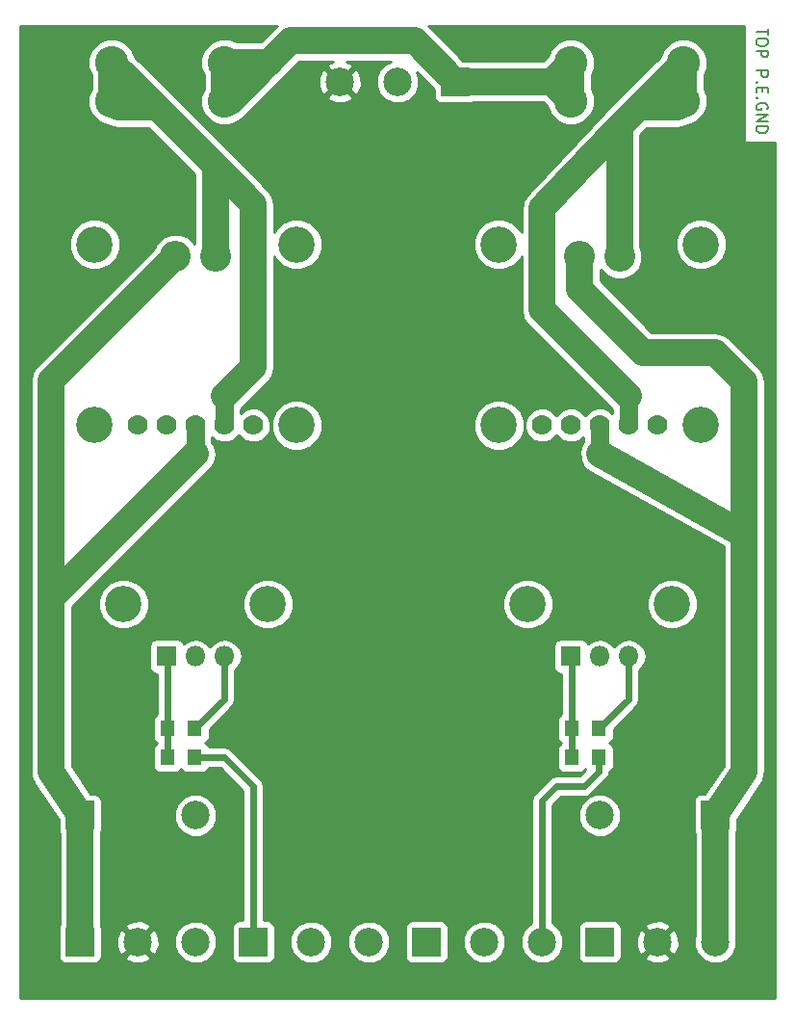
<source format=gtl>
G04 #@! TF.FileFunction,Copper,L1,Top,Signal*
%FSLAX46Y46*%
G04 Gerber Fmt 4.6, Leading zero omitted, Abs format (unit mm)*
G04 Created by KiCad (PCBNEW 4.0.6) date 06/26/17 08:49:49*
%MOMM*%
%LPD*%
G01*
G04 APERTURE LIST*
%ADD10C,0.100000*%
%ADD11C,0.150000*%
%ADD12R,2.500000X2.500000*%
%ADD13C,2.500000*%
%ADD14R,1.800000X1.800000*%
%ADD15O,1.800000X1.800000*%
%ADD16R,1.300000X1.400000*%
%ADD17C,2.921000*%
%ADD18C,3.200000*%
%ADD19C,3.200400*%
%ADD20C,1.778000*%
%ADD21C,2.717800*%
%ADD22C,2.362200*%
%ADD23C,1.625600*%
%ADD24C,0.609600*%
%ADD25C,0.304800*%
%ADD26C,0.254000*%
G04 APERTURE END LIST*
D10*
D11*
X177331619Y-52011143D02*
X177331619Y-52582572D01*
X176331619Y-52296857D02*
X177331619Y-52296857D01*
X177331619Y-53106381D02*
X177331619Y-53296858D01*
X177284000Y-53392096D01*
X177188762Y-53487334D01*
X176998286Y-53534953D01*
X176664952Y-53534953D01*
X176474476Y-53487334D01*
X176379238Y-53392096D01*
X176331619Y-53296858D01*
X176331619Y-53106381D01*
X176379238Y-53011143D01*
X176474476Y-52915905D01*
X176664952Y-52868286D01*
X176998286Y-52868286D01*
X177188762Y-52915905D01*
X177284000Y-53011143D01*
X177331619Y-53106381D01*
X176331619Y-53963524D02*
X177331619Y-53963524D01*
X177331619Y-54344477D01*
X177284000Y-54439715D01*
X177236381Y-54487334D01*
X177141143Y-54534953D01*
X176998286Y-54534953D01*
X176903048Y-54487334D01*
X176855429Y-54439715D01*
X176807810Y-54344477D01*
X176807810Y-53963524D01*
X176331619Y-55725429D02*
X177331619Y-55725429D01*
X177331619Y-56106382D01*
X177284000Y-56201620D01*
X177236381Y-56249239D01*
X177141143Y-56296858D01*
X176998286Y-56296858D01*
X176903048Y-56249239D01*
X176855429Y-56201620D01*
X176807810Y-56106382D01*
X176807810Y-55725429D01*
X176426857Y-56725429D02*
X176379238Y-56773048D01*
X176331619Y-56725429D01*
X176379238Y-56677810D01*
X176426857Y-56725429D01*
X176331619Y-56725429D01*
X176855429Y-57201619D02*
X176855429Y-57534953D01*
X176331619Y-57677810D02*
X176331619Y-57201619D01*
X177331619Y-57201619D01*
X177331619Y-57677810D01*
X176426857Y-58106381D02*
X176379238Y-58154000D01*
X176331619Y-58106381D01*
X176379238Y-58058762D01*
X176426857Y-58106381D01*
X176331619Y-58106381D01*
X177284000Y-59106381D02*
X177331619Y-59011143D01*
X177331619Y-58868286D01*
X177284000Y-58725428D01*
X177188762Y-58630190D01*
X177093524Y-58582571D01*
X176903048Y-58534952D01*
X176760190Y-58534952D01*
X176569714Y-58582571D01*
X176474476Y-58630190D01*
X176379238Y-58725428D01*
X176331619Y-58868286D01*
X176331619Y-58963524D01*
X176379238Y-59106381D01*
X176426857Y-59154000D01*
X176760190Y-59154000D01*
X176760190Y-58963524D01*
X176331619Y-59582571D02*
X177331619Y-59582571D01*
X176331619Y-60154000D01*
X177331619Y-60154000D01*
X176331619Y-60630190D02*
X177331619Y-60630190D01*
X177331619Y-60868285D01*
X177284000Y-61011143D01*
X177188762Y-61106381D01*
X177093524Y-61154000D01*
X176903048Y-61201619D01*
X176760190Y-61201619D01*
X176569714Y-61154000D01*
X176474476Y-61106381D01*
X176379238Y-61011143D01*
X176331619Y-60868285D01*
X176331619Y-60630190D01*
D12*
X132080000Y-132300000D03*
D13*
X137160000Y-132300000D03*
X142240000Y-132300000D03*
D12*
X147320000Y-132300000D03*
D13*
X152400000Y-132300000D03*
X157480000Y-132300000D03*
D12*
X149860000Y-56700000D03*
D13*
X144780000Y-56700000D03*
X139700000Y-56700000D03*
D12*
X116840000Y-132300000D03*
D13*
X121920000Y-132300000D03*
X127000000Y-132300000D03*
D12*
X162560000Y-132300000D03*
D13*
X167640000Y-132300000D03*
X172720000Y-132300000D03*
D14*
X124460000Y-107200000D03*
D15*
X127000000Y-107200000D03*
X129540000Y-107200000D03*
D14*
X160020000Y-107200000D03*
D15*
X162560000Y-107200000D03*
X165100000Y-107200000D03*
D16*
X126930000Y-116090000D03*
X124530000Y-116090000D03*
X124530000Y-113550000D03*
X126930000Y-113550000D03*
X162490000Y-116090000D03*
X160090000Y-116090000D03*
X160090000Y-113550000D03*
X162490000Y-113550000D03*
D17*
X129540000Y-55000000D03*
X119634000Y-55000000D03*
X129540000Y-58403600D03*
X119634000Y-58403600D03*
X160020000Y-58400000D03*
X169926000Y-58400000D03*
X160020000Y-54996400D03*
X169926000Y-54996400D03*
D18*
X120650000Y-102600000D03*
X133350000Y-102600000D03*
X156210000Y-102600000D03*
X168910000Y-102600000D03*
D12*
X116840000Y-121170000D03*
D13*
X127000000Y-121170000D03*
D12*
X172720000Y-121170000D03*
D13*
X162560000Y-121170000D03*
D19*
X135890000Y-86880000D03*
X135890000Y-70979600D03*
X118110000Y-70979600D03*
D20*
X121920000Y-86880000D03*
X124460000Y-86880000D03*
X127000000Y-86880000D03*
X129540000Y-86880000D03*
X132080000Y-86880000D03*
D21*
X128727200Y-72046400D03*
X125222000Y-72046400D03*
D19*
X118110000Y-86880000D03*
X171450000Y-86880000D03*
X171450000Y-70979600D03*
X153670000Y-70979600D03*
D20*
X157480000Y-86880000D03*
X160020000Y-86880000D03*
X162560000Y-86880000D03*
X165100000Y-86880000D03*
X167640000Y-86880000D03*
D21*
X164287200Y-72046400D03*
X160782000Y-72046400D03*
D19*
X153670000Y-86880000D03*
D22*
X114300000Y-102120000D02*
X127000000Y-89420000D01*
D23*
X127000000Y-89420000D02*
X127000000Y-86880000D01*
D22*
X125222000Y-72046400D02*
X114300000Y-82968400D01*
X114300000Y-82968400D02*
X114300000Y-102120000D01*
X114300000Y-117360000D02*
X116840000Y-121170000D01*
X114300000Y-102120000D02*
X114300000Y-117360000D01*
X116840000Y-132300000D02*
X116840000Y-121170000D01*
X175260000Y-83070000D02*
X172720000Y-80530000D01*
X172720000Y-80530000D02*
X166370000Y-80530000D01*
X166370000Y-80530000D02*
X160782000Y-74942000D01*
X160782000Y-74942000D02*
X160782000Y-72046400D01*
X175260000Y-96475556D02*
X175260000Y-84340000D01*
X175260000Y-84340000D02*
X175260000Y-83070000D01*
D23*
X162560000Y-86880000D02*
X162560000Y-89420000D01*
D22*
X162560000Y-89420000D02*
X175260000Y-96475556D01*
X175260000Y-117360000D02*
X175260000Y-96475556D01*
X175260000Y-117360000D02*
X172720000Y-121170000D01*
X172720000Y-132300000D02*
X172720000Y-121170000D01*
D24*
X126930000Y-116090000D02*
X129540000Y-116090000D01*
X129540000Y-116090000D02*
X132080000Y-118630000D01*
X132080000Y-118630000D02*
X132080000Y-132300000D01*
X162490000Y-116090000D02*
X162490000Y-117290000D01*
X157480000Y-119900000D02*
X157480000Y-132300000D01*
X158750000Y-118630000D02*
X157480000Y-119900000D01*
X161150000Y-118630000D02*
X158750000Y-118630000D01*
X162490000Y-117290000D02*
X161150000Y-118630000D01*
D22*
X160020000Y-58400000D02*
X160020000Y-54996400D01*
X129540000Y-58403600D02*
X129540000Y-55000000D01*
X129540000Y-55000000D02*
X133480000Y-55000000D01*
X133480000Y-55000000D02*
X133350000Y-55130000D01*
D23*
X129540000Y-58403600D02*
X130076400Y-58403600D01*
D22*
X130076400Y-58403600D02*
X133350000Y-55130000D01*
X133350000Y-55130000D02*
X135382000Y-53098000D01*
X146258000Y-53098000D02*
X149860000Y-56700000D01*
X135382000Y-53098000D02*
X146258000Y-53098000D01*
X149860000Y-56700000D02*
X158316400Y-56700000D01*
X158316400Y-56700000D02*
X160020000Y-54996400D01*
D23*
X160020000Y-58400000D02*
X160016400Y-58400000D01*
D22*
X160016400Y-58400000D02*
X158316400Y-56700000D01*
D24*
X165100000Y-107200000D02*
X165100000Y-110940000D01*
X165100000Y-110940000D02*
X162490000Y-113550000D01*
X129540000Y-107200000D02*
X129540000Y-110940000D01*
X129540000Y-110940000D02*
X126930000Y-113550000D01*
D22*
X119634000Y-58403600D02*
X119634000Y-55000000D01*
D23*
X129540000Y-86880000D02*
X129540000Y-84340000D01*
D22*
X132080000Y-81800000D02*
X132080000Y-67449000D01*
X132080000Y-67449000D02*
X128724200Y-64093200D01*
X128724200Y-64093200D02*
X128727200Y-64093200D01*
X129540000Y-84340000D02*
X132080000Y-81800000D01*
D23*
X119634000Y-58403600D02*
X120170400Y-58940000D01*
D22*
X120170400Y-58940000D02*
X123574000Y-58940000D01*
X119634000Y-55000000D02*
X123574000Y-58940000D01*
X123574000Y-58940000D02*
X128727200Y-64093200D01*
X128727200Y-64093200D02*
X128727200Y-72046400D01*
X169926000Y-58400000D02*
X169926000Y-54996400D01*
X169926000Y-54996400D02*
X165982400Y-58940000D01*
X157480000Y-67830000D02*
X164287200Y-60635200D01*
D23*
X165100000Y-86880000D02*
X165100000Y-84340000D01*
D22*
X157480000Y-76720000D02*
X157480000Y-67830000D01*
X165100000Y-84340000D02*
X157480000Y-76720000D01*
D23*
X164287200Y-61022800D02*
X164287200Y-60635200D01*
X169926000Y-58400000D02*
X169386000Y-58940000D01*
D22*
X169386000Y-58940000D02*
X165982400Y-58940000D01*
X165982400Y-58940000D02*
X164287200Y-60635200D01*
X164287200Y-60635200D02*
X164287200Y-72046400D01*
D24*
X124530000Y-113550000D02*
X124530000Y-107270000D01*
X124530000Y-107270000D02*
X124460000Y-107200000D01*
X124530000Y-116090000D02*
X124530000Y-113550000D01*
X160090000Y-116090000D02*
X160090000Y-113550000D01*
X160090000Y-113550000D02*
X160090000Y-107270000D01*
D25*
X160090000Y-107270000D02*
X160020000Y-107200000D01*
X159950000Y-113690000D02*
X160090000Y-113550000D01*
D26*
G36*
X134097823Y-51813823D02*
X132727746Y-53183900D01*
X130630640Y-53183900D01*
X129958649Y-52904865D01*
X129125008Y-52904137D01*
X128354545Y-53222486D01*
X127764558Y-53811445D01*
X127444865Y-54581351D01*
X127444137Y-55414992D01*
X127723900Y-56092070D01*
X127723900Y-57312960D01*
X127444865Y-57984951D01*
X127444137Y-58818592D01*
X127762486Y-59589055D01*
X128351445Y-60179042D01*
X129121351Y-60498735D01*
X129954992Y-60499463D01*
X130725455Y-60181114D01*
X130934381Y-59972552D01*
X131360577Y-59687777D01*
X133015033Y-58033320D01*
X138546285Y-58033320D01*
X138675533Y-58326123D01*
X139375806Y-58594388D01*
X140125435Y-58574250D01*
X140724467Y-58326123D01*
X140853715Y-58033320D01*
X139700000Y-56879605D01*
X138546285Y-58033320D01*
X133015033Y-58033320D01*
X134634174Y-56414179D01*
X134634177Y-56414177D01*
X134672548Y-56375806D01*
X137805612Y-56375806D01*
X137825750Y-57125435D01*
X138073877Y-57724467D01*
X138366680Y-57853715D01*
X139520395Y-56700000D01*
X139879605Y-56700000D01*
X141033320Y-57853715D01*
X141326123Y-57724467D01*
X141594388Y-57024194D01*
X141574250Y-56274565D01*
X141326123Y-55675533D01*
X141033320Y-55546285D01*
X139879605Y-56700000D01*
X139520395Y-56700000D01*
X138366680Y-55546285D01*
X138073877Y-55675533D01*
X137805612Y-56375806D01*
X134672548Y-56375806D01*
X136134254Y-54914100D01*
X139061269Y-54914100D01*
X138675533Y-55073877D01*
X138546285Y-55366680D01*
X139700000Y-56520395D01*
X140853715Y-55366680D01*
X140724467Y-55073877D01*
X140307389Y-54914100D01*
X144166065Y-54914100D01*
X143713628Y-55101043D01*
X143182907Y-55630839D01*
X142895328Y-56323405D01*
X142894674Y-57073305D01*
X143181043Y-57766372D01*
X143710839Y-58297093D01*
X144403405Y-58584672D01*
X145153305Y-58585326D01*
X145846372Y-58298957D01*
X146377093Y-57769161D01*
X146664672Y-57076595D01*
X146665326Y-56326695D01*
X146487170Y-55895523D01*
X147962560Y-57370913D01*
X147962560Y-57950000D01*
X148006838Y-58185317D01*
X148145910Y-58401441D01*
X148358110Y-58546431D01*
X148610000Y-58597440D01*
X151110000Y-58597440D01*
X151345317Y-58553162D01*
X151402913Y-58516100D01*
X157564146Y-58516100D01*
X157967159Y-58919113D01*
X158242486Y-59585455D01*
X158831445Y-60175442D01*
X159601351Y-60495135D01*
X160434992Y-60495863D01*
X161205455Y-60177514D01*
X161795442Y-59588555D01*
X162115135Y-58818649D01*
X162115863Y-57985008D01*
X161836100Y-57307930D01*
X161836100Y-56087040D01*
X162115135Y-55415049D01*
X162115863Y-54581408D01*
X161797514Y-53810945D01*
X161208555Y-53220958D01*
X160438649Y-52901265D01*
X159605008Y-52900537D01*
X158834545Y-53218886D01*
X158244558Y-53807845D01*
X157963614Y-54484432D01*
X157564146Y-54883900D01*
X151406281Y-54883900D01*
X151361890Y-54853569D01*
X151110000Y-54802560D01*
X150530913Y-54802560D01*
X147542177Y-51813823D01*
X147461625Y-51760000D01*
X175274000Y-51760000D01*
X175274000Y-62027095D01*
X177970000Y-62027095D01*
X177970000Y-137240000D01*
X111590000Y-137240000D01*
X111590000Y-82968400D01*
X112483899Y-82968400D01*
X112483900Y-82968405D01*
X112483900Y-102119995D01*
X112483899Y-102120000D01*
X112483900Y-102120005D01*
X112483900Y-117360000D01*
X112518612Y-117534510D01*
X112518426Y-117712441D01*
X112587063Y-117878637D01*
X112622142Y-118054991D01*
X112720994Y-118202934D01*
X112788913Y-118367391D01*
X114942560Y-121597862D01*
X114942560Y-122420000D01*
X114986838Y-122655317D01*
X115023900Y-122712913D01*
X115023900Y-130753719D01*
X114993569Y-130798110D01*
X114942560Y-131050000D01*
X114942560Y-133550000D01*
X114986838Y-133785317D01*
X115125910Y-134001441D01*
X115338110Y-134146431D01*
X115590000Y-134197440D01*
X118090000Y-134197440D01*
X118325317Y-134153162D01*
X118541441Y-134014090D01*
X118686431Y-133801890D01*
X118720567Y-133633320D01*
X120766285Y-133633320D01*
X120895533Y-133926123D01*
X121595806Y-134194388D01*
X122345435Y-134174250D01*
X122944467Y-133926123D01*
X123073715Y-133633320D01*
X121920000Y-132479605D01*
X120766285Y-133633320D01*
X118720567Y-133633320D01*
X118737440Y-133550000D01*
X118737440Y-131975806D01*
X120025612Y-131975806D01*
X120045750Y-132725435D01*
X120293877Y-133324467D01*
X120586680Y-133453715D01*
X121740395Y-132300000D01*
X122099605Y-132300000D01*
X123253320Y-133453715D01*
X123546123Y-133324467D01*
X123795574Y-132673305D01*
X125114674Y-132673305D01*
X125401043Y-133366372D01*
X125930839Y-133897093D01*
X126623405Y-134184672D01*
X127373305Y-134185326D01*
X128066372Y-133898957D01*
X128597093Y-133369161D01*
X128884672Y-132676595D01*
X128885326Y-131926695D01*
X128598957Y-131233628D01*
X128069161Y-130702907D01*
X127376595Y-130415328D01*
X126626695Y-130414674D01*
X125933628Y-130701043D01*
X125402907Y-131230839D01*
X125115328Y-131923405D01*
X125114674Y-132673305D01*
X123795574Y-132673305D01*
X123814388Y-132624194D01*
X123794250Y-131874565D01*
X123546123Y-131275533D01*
X123253320Y-131146285D01*
X122099605Y-132300000D01*
X121740395Y-132300000D01*
X120586680Y-131146285D01*
X120293877Y-131275533D01*
X120025612Y-131975806D01*
X118737440Y-131975806D01*
X118737440Y-131050000D01*
X118721763Y-130966680D01*
X120766285Y-130966680D01*
X121920000Y-132120395D01*
X123073715Y-130966680D01*
X122944467Y-130673877D01*
X122244194Y-130405612D01*
X121494565Y-130425750D01*
X120895533Y-130673877D01*
X120766285Y-130966680D01*
X118721763Y-130966680D01*
X118693162Y-130814683D01*
X118656100Y-130757087D01*
X118656100Y-122716281D01*
X118686431Y-122671890D01*
X118737440Y-122420000D01*
X118737440Y-121543305D01*
X125114674Y-121543305D01*
X125401043Y-122236372D01*
X125930839Y-122767093D01*
X126623405Y-123054672D01*
X127373305Y-123055326D01*
X128066372Y-122768957D01*
X128597093Y-122239161D01*
X128884672Y-121546595D01*
X128885326Y-120796695D01*
X128598957Y-120103628D01*
X128069161Y-119572907D01*
X127376595Y-119285328D01*
X126626695Y-119284674D01*
X125933628Y-119571043D01*
X125402907Y-120100839D01*
X125115328Y-120793405D01*
X125114674Y-121543305D01*
X118737440Y-121543305D01*
X118737440Y-119920000D01*
X118693162Y-119684683D01*
X118554090Y-119468559D01*
X118341890Y-119323569D01*
X118090000Y-119272560D01*
X117757720Y-119272560D01*
X116116100Y-116810129D01*
X116116100Y-106300000D01*
X122912560Y-106300000D01*
X122912560Y-108100000D01*
X122956838Y-108335317D01*
X123095910Y-108551441D01*
X123308110Y-108696431D01*
X123560000Y-108747440D01*
X123590200Y-108747440D01*
X123590200Y-112281897D01*
X123428559Y-112385910D01*
X123283569Y-112598110D01*
X123232560Y-112850000D01*
X123232560Y-114250000D01*
X123276838Y-114485317D01*
X123415910Y-114701441D01*
X123590200Y-114820528D01*
X123590200Y-114821897D01*
X123428559Y-114925910D01*
X123283569Y-115138110D01*
X123232560Y-115390000D01*
X123232560Y-116790000D01*
X123276838Y-117025317D01*
X123415910Y-117241441D01*
X123628110Y-117386431D01*
X123880000Y-117437440D01*
X125180000Y-117437440D01*
X125415317Y-117393162D01*
X125631441Y-117254090D01*
X125730633Y-117108917D01*
X125815910Y-117241441D01*
X126028110Y-117386431D01*
X126280000Y-117437440D01*
X127580000Y-117437440D01*
X127815317Y-117393162D01*
X128031441Y-117254090D01*
X128176431Y-117041890D01*
X128178879Y-117029800D01*
X129150722Y-117029800D01*
X131140200Y-119019278D01*
X131140200Y-130402560D01*
X130830000Y-130402560D01*
X130594683Y-130446838D01*
X130378559Y-130585910D01*
X130233569Y-130798110D01*
X130182560Y-131050000D01*
X130182560Y-133550000D01*
X130226838Y-133785317D01*
X130365910Y-134001441D01*
X130578110Y-134146431D01*
X130830000Y-134197440D01*
X133330000Y-134197440D01*
X133565317Y-134153162D01*
X133781441Y-134014090D01*
X133926431Y-133801890D01*
X133977440Y-133550000D01*
X133977440Y-132673305D01*
X135274674Y-132673305D01*
X135561043Y-133366372D01*
X136090839Y-133897093D01*
X136783405Y-134184672D01*
X137533305Y-134185326D01*
X138226372Y-133898957D01*
X138757093Y-133369161D01*
X139044672Y-132676595D01*
X139044674Y-132673305D01*
X140354674Y-132673305D01*
X140641043Y-133366372D01*
X141170839Y-133897093D01*
X141863405Y-134184672D01*
X142613305Y-134185326D01*
X143306372Y-133898957D01*
X143837093Y-133369161D01*
X144124672Y-132676595D01*
X144125326Y-131926695D01*
X143838957Y-131233628D01*
X143655650Y-131050000D01*
X145422560Y-131050000D01*
X145422560Y-133550000D01*
X145466838Y-133785317D01*
X145605910Y-134001441D01*
X145818110Y-134146431D01*
X146070000Y-134197440D01*
X148570000Y-134197440D01*
X148805317Y-134153162D01*
X149021441Y-134014090D01*
X149166431Y-133801890D01*
X149217440Y-133550000D01*
X149217440Y-132673305D01*
X150514674Y-132673305D01*
X150801043Y-133366372D01*
X151330839Y-133897093D01*
X152023405Y-134184672D01*
X152773305Y-134185326D01*
X153466372Y-133898957D01*
X153997093Y-133369161D01*
X154284672Y-132676595D01*
X154284674Y-132673305D01*
X155594674Y-132673305D01*
X155881043Y-133366372D01*
X156410839Y-133897093D01*
X157103405Y-134184672D01*
X157853305Y-134185326D01*
X158546372Y-133898957D01*
X159077093Y-133369161D01*
X159364672Y-132676595D01*
X159365326Y-131926695D01*
X159078957Y-131233628D01*
X158895650Y-131050000D01*
X160662560Y-131050000D01*
X160662560Y-133550000D01*
X160706838Y-133785317D01*
X160845910Y-134001441D01*
X161058110Y-134146431D01*
X161310000Y-134197440D01*
X163810000Y-134197440D01*
X164045317Y-134153162D01*
X164261441Y-134014090D01*
X164406431Y-133801890D01*
X164440567Y-133633320D01*
X166486285Y-133633320D01*
X166615533Y-133926123D01*
X167315806Y-134194388D01*
X168065435Y-134174250D01*
X168664467Y-133926123D01*
X168793715Y-133633320D01*
X167640000Y-132479605D01*
X166486285Y-133633320D01*
X164440567Y-133633320D01*
X164457440Y-133550000D01*
X164457440Y-131975806D01*
X165745612Y-131975806D01*
X165765750Y-132725435D01*
X166013877Y-133324467D01*
X166306680Y-133453715D01*
X167460395Y-132300000D01*
X167819605Y-132300000D01*
X168973320Y-133453715D01*
X169266123Y-133324467D01*
X169534388Y-132624194D01*
X169514250Y-131874565D01*
X169266123Y-131275533D01*
X168973320Y-131146285D01*
X167819605Y-132300000D01*
X167460395Y-132300000D01*
X166306680Y-131146285D01*
X166013877Y-131275533D01*
X165745612Y-131975806D01*
X164457440Y-131975806D01*
X164457440Y-131050000D01*
X164441763Y-130966680D01*
X166486285Y-130966680D01*
X167640000Y-132120395D01*
X168793715Y-130966680D01*
X168664467Y-130673877D01*
X167964194Y-130405612D01*
X167214565Y-130425750D01*
X166615533Y-130673877D01*
X166486285Y-130966680D01*
X164441763Y-130966680D01*
X164413162Y-130814683D01*
X164274090Y-130598559D01*
X164061890Y-130453569D01*
X163810000Y-130402560D01*
X161310000Y-130402560D01*
X161074683Y-130446838D01*
X160858559Y-130585910D01*
X160713569Y-130798110D01*
X160662560Y-131050000D01*
X158895650Y-131050000D01*
X158549161Y-130702907D01*
X158419800Y-130649192D01*
X158419800Y-121543305D01*
X160674674Y-121543305D01*
X160961043Y-122236372D01*
X161490839Y-122767093D01*
X162183405Y-123054672D01*
X162933305Y-123055326D01*
X163626372Y-122768957D01*
X164157093Y-122239161D01*
X164444672Y-121546595D01*
X164445326Y-120796695D01*
X164158957Y-120103628D01*
X163629161Y-119572907D01*
X162936595Y-119285328D01*
X162186695Y-119284674D01*
X161493628Y-119571043D01*
X160962907Y-120100839D01*
X160675328Y-120793405D01*
X160674674Y-121543305D01*
X158419800Y-121543305D01*
X158419800Y-120289278D01*
X159139278Y-119569800D01*
X161150000Y-119569800D01*
X161509646Y-119498262D01*
X161814539Y-119294539D01*
X163154539Y-117954539D01*
X163358262Y-117649646D01*
X163414265Y-117368100D01*
X163591441Y-117254090D01*
X163736431Y-117041890D01*
X163787440Y-116790000D01*
X163787440Y-115390000D01*
X163743162Y-115154683D01*
X163604090Y-114938559D01*
X163428768Y-114818767D01*
X163591441Y-114714090D01*
X163736431Y-114501890D01*
X163787440Y-114250000D01*
X163787440Y-113581638D01*
X165764539Y-111604539D01*
X165968262Y-111299646D01*
X166039800Y-110940000D01*
X166039800Y-108402795D01*
X166215481Y-108285409D01*
X166548227Y-107787419D01*
X166665072Y-107200000D01*
X166548227Y-106612581D01*
X166215481Y-106114591D01*
X165717491Y-105781845D01*
X165130072Y-105665000D01*
X165069928Y-105665000D01*
X164482509Y-105781845D01*
X163984519Y-106114591D01*
X163830000Y-106345845D01*
X163675481Y-106114591D01*
X163177491Y-105781845D01*
X162590072Y-105665000D01*
X162529928Y-105665000D01*
X161942509Y-105781845D01*
X161521974Y-106062837D01*
X161384090Y-105848559D01*
X161171890Y-105703569D01*
X160920000Y-105652560D01*
X159120000Y-105652560D01*
X158884683Y-105696838D01*
X158668559Y-105835910D01*
X158523569Y-106048110D01*
X158472560Y-106300000D01*
X158472560Y-108100000D01*
X158516838Y-108335317D01*
X158655910Y-108551441D01*
X158868110Y-108696431D01*
X159120000Y-108747440D01*
X159150200Y-108747440D01*
X159150200Y-112281897D01*
X158988559Y-112385910D01*
X158843569Y-112598110D01*
X158792560Y-112850000D01*
X158792560Y-114250000D01*
X158836838Y-114485317D01*
X158975910Y-114701441D01*
X159150200Y-114820528D01*
X159150200Y-114821897D01*
X158988559Y-114925910D01*
X158843569Y-115138110D01*
X158792560Y-115390000D01*
X158792560Y-116790000D01*
X158836838Y-117025317D01*
X158975910Y-117241441D01*
X159188110Y-117386431D01*
X159440000Y-117437440D01*
X160740000Y-117437440D01*
X160975317Y-117393162D01*
X161191441Y-117254090D01*
X161290633Y-117108917D01*
X161310747Y-117140175D01*
X160760722Y-117690200D01*
X158750000Y-117690200D01*
X158390354Y-117761738D01*
X158085461Y-117965461D01*
X156815461Y-119235461D01*
X156611738Y-119540354D01*
X156540200Y-119900000D01*
X156540200Y-130648745D01*
X156413628Y-130701043D01*
X155882907Y-131230839D01*
X155595328Y-131923405D01*
X155594674Y-132673305D01*
X154284674Y-132673305D01*
X154285326Y-131926695D01*
X153998957Y-131233628D01*
X153469161Y-130702907D01*
X152776595Y-130415328D01*
X152026695Y-130414674D01*
X151333628Y-130701043D01*
X150802907Y-131230839D01*
X150515328Y-131923405D01*
X150514674Y-132673305D01*
X149217440Y-132673305D01*
X149217440Y-131050000D01*
X149173162Y-130814683D01*
X149034090Y-130598559D01*
X148821890Y-130453569D01*
X148570000Y-130402560D01*
X146070000Y-130402560D01*
X145834683Y-130446838D01*
X145618559Y-130585910D01*
X145473569Y-130798110D01*
X145422560Y-131050000D01*
X143655650Y-131050000D01*
X143309161Y-130702907D01*
X142616595Y-130415328D01*
X141866695Y-130414674D01*
X141173628Y-130701043D01*
X140642907Y-131230839D01*
X140355328Y-131923405D01*
X140354674Y-132673305D01*
X139044674Y-132673305D01*
X139045326Y-131926695D01*
X138758957Y-131233628D01*
X138229161Y-130702907D01*
X137536595Y-130415328D01*
X136786695Y-130414674D01*
X136093628Y-130701043D01*
X135562907Y-131230839D01*
X135275328Y-131923405D01*
X135274674Y-132673305D01*
X133977440Y-132673305D01*
X133977440Y-131050000D01*
X133933162Y-130814683D01*
X133794090Y-130598559D01*
X133581890Y-130453569D01*
X133330000Y-130402560D01*
X133019800Y-130402560D01*
X133019800Y-118630000D01*
X132948262Y-118270354D01*
X132744539Y-117965461D01*
X130204539Y-115425461D01*
X129899646Y-115221738D01*
X129540000Y-115150200D01*
X128180277Y-115150200D01*
X128044090Y-114938559D01*
X127868768Y-114818767D01*
X128031441Y-114714090D01*
X128176431Y-114501890D01*
X128227440Y-114250000D01*
X128227440Y-113581638D01*
X130204539Y-111604539D01*
X130408262Y-111299646D01*
X130479800Y-110940000D01*
X130479800Y-108402795D01*
X130655481Y-108285409D01*
X130988227Y-107787419D01*
X131105072Y-107200000D01*
X130988227Y-106612581D01*
X130655481Y-106114591D01*
X130157491Y-105781845D01*
X129570072Y-105665000D01*
X129509928Y-105665000D01*
X128922509Y-105781845D01*
X128424519Y-106114591D01*
X128270000Y-106345845D01*
X128115481Y-106114591D01*
X127617491Y-105781845D01*
X127030072Y-105665000D01*
X126969928Y-105665000D01*
X126382509Y-105781845D01*
X125961974Y-106062837D01*
X125824090Y-105848559D01*
X125611890Y-105703569D01*
X125360000Y-105652560D01*
X123560000Y-105652560D01*
X123324683Y-105696838D01*
X123108559Y-105835910D01*
X122963569Y-106048110D01*
X122912560Y-106300000D01*
X116116100Y-106300000D01*
X116116100Y-103042619D01*
X118414613Y-103042619D01*
X118754155Y-103864372D01*
X119382321Y-104493636D01*
X120203481Y-104834611D01*
X121092619Y-104835387D01*
X121914372Y-104495845D01*
X122543636Y-103867679D01*
X122884611Y-103046519D01*
X122884614Y-103042619D01*
X131114613Y-103042619D01*
X131454155Y-103864372D01*
X132082321Y-104493636D01*
X132903481Y-104834611D01*
X133792619Y-104835387D01*
X134614372Y-104495845D01*
X135243636Y-103867679D01*
X135584611Y-103046519D01*
X135584614Y-103042619D01*
X153974613Y-103042619D01*
X154314155Y-103864372D01*
X154942321Y-104493636D01*
X155763481Y-104834611D01*
X156652619Y-104835387D01*
X157474372Y-104495845D01*
X158103636Y-103867679D01*
X158444611Y-103046519D01*
X158444614Y-103042619D01*
X166674613Y-103042619D01*
X167014155Y-103864372D01*
X167642321Y-104493636D01*
X168463481Y-104834611D01*
X169352619Y-104835387D01*
X170174372Y-104495845D01*
X170803636Y-103867679D01*
X171144611Y-103046519D01*
X171145387Y-102157381D01*
X170805845Y-101335628D01*
X170177679Y-100706364D01*
X169356519Y-100365389D01*
X168467381Y-100364613D01*
X167645628Y-100704155D01*
X167016364Y-101332321D01*
X166675389Y-102153481D01*
X166674613Y-103042619D01*
X158444614Y-103042619D01*
X158445387Y-102157381D01*
X158105845Y-101335628D01*
X157477679Y-100706364D01*
X156656519Y-100365389D01*
X155767381Y-100364613D01*
X154945628Y-100704155D01*
X154316364Y-101332321D01*
X153975389Y-102153481D01*
X153974613Y-103042619D01*
X135584614Y-103042619D01*
X135585387Y-102157381D01*
X135245845Y-101335628D01*
X134617679Y-100706364D01*
X133796519Y-100365389D01*
X132907381Y-100364613D01*
X132085628Y-100704155D01*
X131456364Y-101332321D01*
X131115389Y-102153481D01*
X131114613Y-103042619D01*
X122884614Y-103042619D01*
X122885387Y-102157381D01*
X122545845Y-101335628D01*
X121917679Y-100706364D01*
X121096519Y-100365389D01*
X120207381Y-100364613D01*
X119385628Y-100704155D01*
X118756364Y-101332321D01*
X118415389Y-102153481D01*
X118414613Y-103042619D01*
X116116100Y-103042619D01*
X116116100Y-102872254D01*
X128284176Y-90704177D01*
X128677857Y-90114992D01*
X128816100Y-89420000D01*
X128677857Y-88725008D01*
X128447800Y-88380704D01*
X128447800Y-87943037D01*
X128675596Y-88171231D01*
X129235528Y-88403735D01*
X129841812Y-88404264D01*
X130402149Y-88172738D01*
X130810336Y-87765263D01*
X131215596Y-88171231D01*
X131775528Y-88403735D01*
X132381812Y-88404264D01*
X132942149Y-88172738D01*
X133371231Y-87744404D01*
X133546355Y-87322658D01*
X133654413Y-87322658D01*
X133993985Y-88144485D01*
X134622208Y-88773805D01*
X135443441Y-89114811D01*
X136332658Y-89115587D01*
X137154485Y-88776015D01*
X137783805Y-88147792D01*
X138124811Y-87326559D01*
X138124814Y-87322658D01*
X151434413Y-87322658D01*
X151773985Y-88144485D01*
X152402208Y-88773805D01*
X153223441Y-89114811D01*
X154112658Y-89115587D01*
X154934485Y-88776015D01*
X155563805Y-88147792D01*
X155904811Y-87326559D01*
X155905587Y-86437342D01*
X155566015Y-85615515D01*
X154937792Y-84986195D01*
X154116559Y-84645189D01*
X153227342Y-84644413D01*
X152405515Y-84983985D01*
X151776195Y-85612208D01*
X151435189Y-86433441D01*
X151434413Y-87322658D01*
X138124814Y-87322658D01*
X138125587Y-86437342D01*
X137786015Y-85615515D01*
X137157792Y-84986195D01*
X136336559Y-84645189D01*
X135447342Y-84644413D01*
X134625515Y-84983985D01*
X133996195Y-85612208D01*
X133655189Y-86433441D01*
X133654413Y-87322658D01*
X133546355Y-87322658D01*
X133603735Y-87184472D01*
X133604264Y-86578188D01*
X133372738Y-86017851D01*
X132944404Y-85588769D01*
X132384472Y-85356265D01*
X131778188Y-85355736D01*
X131217851Y-85587262D01*
X130987800Y-85816912D01*
X130987800Y-85460554D01*
X133364174Y-83084179D01*
X133364177Y-83084177D01*
X133757858Y-82494991D01*
X133896100Y-81800000D01*
X133896100Y-72007185D01*
X133993985Y-72244085D01*
X134622208Y-72873405D01*
X135443441Y-73214411D01*
X136332658Y-73215187D01*
X137154485Y-72875615D01*
X137783805Y-72247392D01*
X138124811Y-71426159D01*
X138124814Y-71422258D01*
X151434413Y-71422258D01*
X151773985Y-72244085D01*
X152402208Y-72873405D01*
X153223441Y-73214411D01*
X154112658Y-73215187D01*
X154934485Y-72875615D01*
X155563805Y-72247392D01*
X155663900Y-72006337D01*
X155663900Y-76719995D01*
X155663899Y-76720000D01*
X155802142Y-77414992D01*
X156195823Y-78004177D01*
X163652200Y-85460553D01*
X163652200Y-85816963D01*
X163424404Y-85588769D01*
X162864472Y-85356265D01*
X162258188Y-85355736D01*
X161697851Y-85587262D01*
X161289664Y-85994737D01*
X160884404Y-85588769D01*
X160324472Y-85356265D01*
X159718188Y-85355736D01*
X159157851Y-85587262D01*
X158749664Y-85994737D01*
X158344404Y-85588769D01*
X157784472Y-85356265D01*
X157178188Y-85355736D01*
X156617851Y-85587262D01*
X156188769Y-86015596D01*
X155956265Y-86575528D01*
X155955736Y-87181812D01*
X156187262Y-87742149D01*
X156615596Y-88171231D01*
X157175528Y-88403735D01*
X157781812Y-88404264D01*
X158342149Y-88172738D01*
X158750336Y-87765263D01*
X159155596Y-88171231D01*
X159715528Y-88403735D01*
X160321812Y-88404264D01*
X160882149Y-88172738D01*
X161112200Y-87943088D01*
X161112200Y-88373255D01*
X160972443Y-88538024D01*
X160755771Y-89212692D01*
X160813776Y-89918921D01*
X161137629Y-90549194D01*
X161678024Y-91007557D01*
X173443900Y-97544155D01*
X173443900Y-116810129D01*
X171802279Y-119272560D01*
X171470000Y-119272560D01*
X171234683Y-119316838D01*
X171018559Y-119455910D01*
X170873569Y-119668110D01*
X170822560Y-119920000D01*
X170822560Y-122420000D01*
X170866838Y-122655317D01*
X170903900Y-122712913D01*
X170903900Y-131758266D01*
X170835328Y-131923405D01*
X170834674Y-132673305D01*
X171121043Y-133366372D01*
X171650839Y-133897093D01*
X172343405Y-134184672D01*
X173093305Y-134185326D01*
X173786372Y-133898957D01*
X174317093Y-133369161D01*
X174604672Y-132676595D01*
X174605326Y-131926695D01*
X174536100Y-131759155D01*
X174536100Y-122716281D01*
X174566431Y-122671890D01*
X174617440Y-122420000D01*
X174617440Y-121597861D01*
X176771086Y-118367391D01*
X176839004Y-118202936D01*
X176937858Y-118054991D01*
X176972937Y-117878636D01*
X177041574Y-117712441D01*
X177041388Y-117534510D01*
X177076100Y-117360000D01*
X177076100Y-83070000D01*
X176937858Y-82375009D01*
X176544177Y-81785823D01*
X176544174Y-81785821D01*
X174004177Y-79245823D01*
X173414992Y-78852142D01*
X172720000Y-78713899D01*
X172719995Y-78713900D01*
X167122253Y-78713900D01*
X162598100Y-74189746D01*
X162598100Y-73176614D01*
X163156272Y-73735761D01*
X163888849Y-74039953D01*
X164682071Y-74040646D01*
X165415178Y-73737732D01*
X165976561Y-73177328D01*
X166280753Y-72444751D01*
X166281446Y-71651529D01*
X166186714Y-71422258D01*
X169214413Y-71422258D01*
X169553985Y-72244085D01*
X170182208Y-72873405D01*
X171003441Y-73214411D01*
X171892658Y-73215187D01*
X172714485Y-72875615D01*
X173343805Y-72247392D01*
X173684811Y-71426159D01*
X173685587Y-70536942D01*
X173346015Y-69715115D01*
X172717792Y-69085795D01*
X171896559Y-68744789D01*
X171007342Y-68744013D01*
X170185515Y-69083585D01*
X169556195Y-69711808D01*
X169215189Y-70533041D01*
X169214413Y-71422258D01*
X166186714Y-71422258D01*
X166103300Y-71220383D01*
X166103300Y-61387454D01*
X166734654Y-60756100D01*
X169386000Y-60756100D01*
X170080991Y-60617858D01*
X170263671Y-60495795D01*
X170340992Y-60495863D01*
X171111455Y-60177514D01*
X171701442Y-59588555D01*
X172021135Y-58818649D01*
X172021863Y-57985008D01*
X171742100Y-57307930D01*
X171742100Y-56087040D01*
X172021135Y-55415049D01*
X172021863Y-54581408D01*
X171703514Y-53810945D01*
X171114555Y-53220958D01*
X170344649Y-52901265D01*
X169511008Y-52900537D01*
X168740545Y-53218886D01*
X168150558Y-53807845D01*
X167869614Y-54484433D01*
X164698223Y-57655823D01*
X163003023Y-59351023D01*
X162988825Y-59372272D01*
X162967981Y-59387050D01*
X156160780Y-66581850D01*
X155985289Y-66860909D01*
X155802142Y-67135009D01*
X155797157Y-67160071D01*
X155783554Y-67181702D01*
X155728213Y-67506677D01*
X155663900Y-67830000D01*
X155663900Y-69952015D01*
X155566015Y-69715115D01*
X154937792Y-69085795D01*
X154116559Y-68744789D01*
X153227342Y-68744013D01*
X152405515Y-69083585D01*
X151776195Y-69711808D01*
X151435189Y-70533041D01*
X151434413Y-71422258D01*
X138124814Y-71422258D01*
X138125587Y-70536942D01*
X137786015Y-69715115D01*
X137157792Y-69085795D01*
X136336559Y-68744789D01*
X135447342Y-68744013D01*
X134625515Y-69083585D01*
X133996195Y-69711808D01*
X133896100Y-69952863D01*
X133896100Y-67449005D01*
X133896101Y-67449000D01*
X133757858Y-66754008D01*
X133364177Y-66164823D01*
X130017418Y-62818064D01*
X130011377Y-62809023D01*
X130011374Y-62809021D01*
X124858177Y-57655823D01*
X124858174Y-57655821D01*
X121689376Y-54487022D01*
X121411514Y-53814545D01*
X120822555Y-53224558D01*
X120052649Y-52904865D01*
X119219008Y-52904137D01*
X118448545Y-53222486D01*
X117858558Y-53811445D01*
X117538865Y-54581351D01*
X117538137Y-55414992D01*
X117817900Y-56092070D01*
X117817900Y-57312960D01*
X117538865Y-57984951D01*
X117538137Y-58818592D01*
X117856486Y-59589055D01*
X118445445Y-60179042D01*
X119215351Y-60498735D01*
X119297236Y-60498807D01*
X119475409Y-60617858D01*
X120170400Y-60756100D01*
X122821746Y-60756100D01*
X126911100Y-64845453D01*
X126911100Y-70916186D01*
X126352928Y-70357039D01*
X125620351Y-70052847D01*
X124827129Y-70052154D01*
X124094022Y-70355068D01*
X123532639Y-70915472D01*
X123353742Y-71346305D01*
X113015823Y-81684223D01*
X112622142Y-82273408D01*
X112483899Y-82968400D01*
X111590000Y-82968400D01*
X111590000Y-71422258D01*
X115874413Y-71422258D01*
X116213985Y-72244085D01*
X116842208Y-72873405D01*
X117663441Y-73214411D01*
X118552658Y-73215187D01*
X119374485Y-72875615D01*
X120003805Y-72247392D01*
X120344811Y-71426159D01*
X120345587Y-70536942D01*
X120006015Y-69715115D01*
X119377792Y-69085795D01*
X118556559Y-68744789D01*
X117667342Y-68744013D01*
X116845515Y-69083585D01*
X116216195Y-69711808D01*
X115875189Y-70533041D01*
X115874413Y-71422258D01*
X111590000Y-71422258D01*
X111590000Y-51760000D01*
X134178375Y-51760000D01*
X134097823Y-51813823D01*
X134097823Y-51813823D01*
G37*
X134097823Y-51813823D02*
X132727746Y-53183900D01*
X130630640Y-53183900D01*
X129958649Y-52904865D01*
X129125008Y-52904137D01*
X128354545Y-53222486D01*
X127764558Y-53811445D01*
X127444865Y-54581351D01*
X127444137Y-55414992D01*
X127723900Y-56092070D01*
X127723900Y-57312960D01*
X127444865Y-57984951D01*
X127444137Y-58818592D01*
X127762486Y-59589055D01*
X128351445Y-60179042D01*
X129121351Y-60498735D01*
X129954992Y-60499463D01*
X130725455Y-60181114D01*
X130934381Y-59972552D01*
X131360577Y-59687777D01*
X133015033Y-58033320D01*
X138546285Y-58033320D01*
X138675533Y-58326123D01*
X139375806Y-58594388D01*
X140125435Y-58574250D01*
X140724467Y-58326123D01*
X140853715Y-58033320D01*
X139700000Y-56879605D01*
X138546285Y-58033320D01*
X133015033Y-58033320D01*
X134634174Y-56414179D01*
X134634177Y-56414177D01*
X134672548Y-56375806D01*
X137805612Y-56375806D01*
X137825750Y-57125435D01*
X138073877Y-57724467D01*
X138366680Y-57853715D01*
X139520395Y-56700000D01*
X139879605Y-56700000D01*
X141033320Y-57853715D01*
X141326123Y-57724467D01*
X141594388Y-57024194D01*
X141574250Y-56274565D01*
X141326123Y-55675533D01*
X141033320Y-55546285D01*
X139879605Y-56700000D01*
X139520395Y-56700000D01*
X138366680Y-55546285D01*
X138073877Y-55675533D01*
X137805612Y-56375806D01*
X134672548Y-56375806D01*
X136134254Y-54914100D01*
X139061269Y-54914100D01*
X138675533Y-55073877D01*
X138546285Y-55366680D01*
X139700000Y-56520395D01*
X140853715Y-55366680D01*
X140724467Y-55073877D01*
X140307389Y-54914100D01*
X144166065Y-54914100D01*
X143713628Y-55101043D01*
X143182907Y-55630839D01*
X142895328Y-56323405D01*
X142894674Y-57073305D01*
X143181043Y-57766372D01*
X143710839Y-58297093D01*
X144403405Y-58584672D01*
X145153305Y-58585326D01*
X145846372Y-58298957D01*
X146377093Y-57769161D01*
X146664672Y-57076595D01*
X146665326Y-56326695D01*
X146487170Y-55895523D01*
X147962560Y-57370913D01*
X147962560Y-57950000D01*
X148006838Y-58185317D01*
X148145910Y-58401441D01*
X148358110Y-58546431D01*
X148610000Y-58597440D01*
X151110000Y-58597440D01*
X151345317Y-58553162D01*
X151402913Y-58516100D01*
X157564146Y-58516100D01*
X157967159Y-58919113D01*
X158242486Y-59585455D01*
X158831445Y-60175442D01*
X159601351Y-60495135D01*
X160434992Y-60495863D01*
X161205455Y-60177514D01*
X161795442Y-59588555D01*
X162115135Y-58818649D01*
X162115863Y-57985008D01*
X161836100Y-57307930D01*
X161836100Y-56087040D01*
X162115135Y-55415049D01*
X162115863Y-54581408D01*
X161797514Y-53810945D01*
X161208555Y-53220958D01*
X160438649Y-52901265D01*
X159605008Y-52900537D01*
X158834545Y-53218886D01*
X158244558Y-53807845D01*
X157963614Y-54484432D01*
X157564146Y-54883900D01*
X151406281Y-54883900D01*
X151361890Y-54853569D01*
X151110000Y-54802560D01*
X150530913Y-54802560D01*
X147542177Y-51813823D01*
X147461625Y-51760000D01*
X175274000Y-51760000D01*
X175274000Y-62027095D01*
X177970000Y-62027095D01*
X177970000Y-137240000D01*
X111590000Y-137240000D01*
X111590000Y-82968400D01*
X112483899Y-82968400D01*
X112483900Y-82968405D01*
X112483900Y-102119995D01*
X112483899Y-102120000D01*
X112483900Y-102120005D01*
X112483900Y-117360000D01*
X112518612Y-117534510D01*
X112518426Y-117712441D01*
X112587063Y-117878637D01*
X112622142Y-118054991D01*
X112720994Y-118202934D01*
X112788913Y-118367391D01*
X114942560Y-121597862D01*
X114942560Y-122420000D01*
X114986838Y-122655317D01*
X115023900Y-122712913D01*
X115023900Y-130753719D01*
X114993569Y-130798110D01*
X114942560Y-131050000D01*
X114942560Y-133550000D01*
X114986838Y-133785317D01*
X115125910Y-134001441D01*
X115338110Y-134146431D01*
X115590000Y-134197440D01*
X118090000Y-134197440D01*
X118325317Y-134153162D01*
X118541441Y-134014090D01*
X118686431Y-133801890D01*
X118720567Y-133633320D01*
X120766285Y-133633320D01*
X120895533Y-133926123D01*
X121595806Y-134194388D01*
X122345435Y-134174250D01*
X122944467Y-133926123D01*
X123073715Y-133633320D01*
X121920000Y-132479605D01*
X120766285Y-133633320D01*
X118720567Y-133633320D01*
X118737440Y-133550000D01*
X118737440Y-131975806D01*
X120025612Y-131975806D01*
X120045750Y-132725435D01*
X120293877Y-133324467D01*
X120586680Y-133453715D01*
X121740395Y-132300000D01*
X122099605Y-132300000D01*
X123253320Y-133453715D01*
X123546123Y-133324467D01*
X123795574Y-132673305D01*
X125114674Y-132673305D01*
X125401043Y-133366372D01*
X125930839Y-133897093D01*
X126623405Y-134184672D01*
X127373305Y-134185326D01*
X128066372Y-133898957D01*
X128597093Y-133369161D01*
X128884672Y-132676595D01*
X128885326Y-131926695D01*
X128598957Y-131233628D01*
X128069161Y-130702907D01*
X127376595Y-130415328D01*
X126626695Y-130414674D01*
X125933628Y-130701043D01*
X125402907Y-131230839D01*
X125115328Y-131923405D01*
X125114674Y-132673305D01*
X123795574Y-132673305D01*
X123814388Y-132624194D01*
X123794250Y-131874565D01*
X123546123Y-131275533D01*
X123253320Y-131146285D01*
X122099605Y-132300000D01*
X121740395Y-132300000D01*
X120586680Y-131146285D01*
X120293877Y-131275533D01*
X120025612Y-131975806D01*
X118737440Y-131975806D01*
X118737440Y-131050000D01*
X118721763Y-130966680D01*
X120766285Y-130966680D01*
X121920000Y-132120395D01*
X123073715Y-130966680D01*
X122944467Y-130673877D01*
X122244194Y-130405612D01*
X121494565Y-130425750D01*
X120895533Y-130673877D01*
X120766285Y-130966680D01*
X118721763Y-130966680D01*
X118693162Y-130814683D01*
X118656100Y-130757087D01*
X118656100Y-122716281D01*
X118686431Y-122671890D01*
X118737440Y-122420000D01*
X118737440Y-121543305D01*
X125114674Y-121543305D01*
X125401043Y-122236372D01*
X125930839Y-122767093D01*
X126623405Y-123054672D01*
X127373305Y-123055326D01*
X128066372Y-122768957D01*
X128597093Y-122239161D01*
X128884672Y-121546595D01*
X128885326Y-120796695D01*
X128598957Y-120103628D01*
X128069161Y-119572907D01*
X127376595Y-119285328D01*
X126626695Y-119284674D01*
X125933628Y-119571043D01*
X125402907Y-120100839D01*
X125115328Y-120793405D01*
X125114674Y-121543305D01*
X118737440Y-121543305D01*
X118737440Y-119920000D01*
X118693162Y-119684683D01*
X118554090Y-119468559D01*
X118341890Y-119323569D01*
X118090000Y-119272560D01*
X117757720Y-119272560D01*
X116116100Y-116810129D01*
X116116100Y-106300000D01*
X122912560Y-106300000D01*
X122912560Y-108100000D01*
X122956838Y-108335317D01*
X123095910Y-108551441D01*
X123308110Y-108696431D01*
X123560000Y-108747440D01*
X123590200Y-108747440D01*
X123590200Y-112281897D01*
X123428559Y-112385910D01*
X123283569Y-112598110D01*
X123232560Y-112850000D01*
X123232560Y-114250000D01*
X123276838Y-114485317D01*
X123415910Y-114701441D01*
X123590200Y-114820528D01*
X123590200Y-114821897D01*
X123428559Y-114925910D01*
X123283569Y-115138110D01*
X123232560Y-115390000D01*
X123232560Y-116790000D01*
X123276838Y-117025317D01*
X123415910Y-117241441D01*
X123628110Y-117386431D01*
X123880000Y-117437440D01*
X125180000Y-117437440D01*
X125415317Y-117393162D01*
X125631441Y-117254090D01*
X125730633Y-117108917D01*
X125815910Y-117241441D01*
X126028110Y-117386431D01*
X126280000Y-117437440D01*
X127580000Y-117437440D01*
X127815317Y-117393162D01*
X128031441Y-117254090D01*
X128176431Y-117041890D01*
X128178879Y-117029800D01*
X129150722Y-117029800D01*
X131140200Y-119019278D01*
X131140200Y-130402560D01*
X130830000Y-130402560D01*
X130594683Y-130446838D01*
X130378559Y-130585910D01*
X130233569Y-130798110D01*
X130182560Y-131050000D01*
X130182560Y-133550000D01*
X130226838Y-133785317D01*
X130365910Y-134001441D01*
X130578110Y-134146431D01*
X130830000Y-134197440D01*
X133330000Y-134197440D01*
X133565317Y-134153162D01*
X133781441Y-134014090D01*
X133926431Y-133801890D01*
X133977440Y-133550000D01*
X133977440Y-132673305D01*
X135274674Y-132673305D01*
X135561043Y-133366372D01*
X136090839Y-133897093D01*
X136783405Y-134184672D01*
X137533305Y-134185326D01*
X138226372Y-133898957D01*
X138757093Y-133369161D01*
X139044672Y-132676595D01*
X139044674Y-132673305D01*
X140354674Y-132673305D01*
X140641043Y-133366372D01*
X141170839Y-133897093D01*
X141863405Y-134184672D01*
X142613305Y-134185326D01*
X143306372Y-133898957D01*
X143837093Y-133369161D01*
X144124672Y-132676595D01*
X144125326Y-131926695D01*
X143838957Y-131233628D01*
X143655650Y-131050000D01*
X145422560Y-131050000D01*
X145422560Y-133550000D01*
X145466838Y-133785317D01*
X145605910Y-134001441D01*
X145818110Y-134146431D01*
X146070000Y-134197440D01*
X148570000Y-134197440D01*
X148805317Y-134153162D01*
X149021441Y-134014090D01*
X149166431Y-133801890D01*
X149217440Y-133550000D01*
X149217440Y-132673305D01*
X150514674Y-132673305D01*
X150801043Y-133366372D01*
X151330839Y-133897093D01*
X152023405Y-134184672D01*
X152773305Y-134185326D01*
X153466372Y-133898957D01*
X153997093Y-133369161D01*
X154284672Y-132676595D01*
X154284674Y-132673305D01*
X155594674Y-132673305D01*
X155881043Y-133366372D01*
X156410839Y-133897093D01*
X157103405Y-134184672D01*
X157853305Y-134185326D01*
X158546372Y-133898957D01*
X159077093Y-133369161D01*
X159364672Y-132676595D01*
X159365326Y-131926695D01*
X159078957Y-131233628D01*
X158895650Y-131050000D01*
X160662560Y-131050000D01*
X160662560Y-133550000D01*
X160706838Y-133785317D01*
X160845910Y-134001441D01*
X161058110Y-134146431D01*
X161310000Y-134197440D01*
X163810000Y-134197440D01*
X164045317Y-134153162D01*
X164261441Y-134014090D01*
X164406431Y-133801890D01*
X164440567Y-133633320D01*
X166486285Y-133633320D01*
X166615533Y-133926123D01*
X167315806Y-134194388D01*
X168065435Y-134174250D01*
X168664467Y-133926123D01*
X168793715Y-133633320D01*
X167640000Y-132479605D01*
X166486285Y-133633320D01*
X164440567Y-133633320D01*
X164457440Y-133550000D01*
X164457440Y-131975806D01*
X165745612Y-131975806D01*
X165765750Y-132725435D01*
X166013877Y-133324467D01*
X166306680Y-133453715D01*
X167460395Y-132300000D01*
X167819605Y-132300000D01*
X168973320Y-133453715D01*
X169266123Y-133324467D01*
X169534388Y-132624194D01*
X169514250Y-131874565D01*
X169266123Y-131275533D01*
X168973320Y-131146285D01*
X167819605Y-132300000D01*
X167460395Y-132300000D01*
X166306680Y-131146285D01*
X166013877Y-131275533D01*
X165745612Y-131975806D01*
X164457440Y-131975806D01*
X164457440Y-131050000D01*
X164441763Y-130966680D01*
X166486285Y-130966680D01*
X167640000Y-132120395D01*
X168793715Y-130966680D01*
X168664467Y-130673877D01*
X167964194Y-130405612D01*
X167214565Y-130425750D01*
X166615533Y-130673877D01*
X166486285Y-130966680D01*
X164441763Y-130966680D01*
X164413162Y-130814683D01*
X164274090Y-130598559D01*
X164061890Y-130453569D01*
X163810000Y-130402560D01*
X161310000Y-130402560D01*
X161074683Y-130446838D01*
X160858559Y-130585910D01*
X160713569Y-130798110D01*
X160662560Y-131050000D01*
X158895650Y-131050000D01*
X158549161Y-130702907D01*
X158419800Y-130649192D01*
X158419800Y-121543305D01*
X160674674Y-121543305D01*
X160961043Y-122236372D01*
X161490839Y-122767093D01*
X162183405Y-123054672D01*
X162933305Y-123055326D01*
X163626372Y-122768957D01*
X164157093Y-122239161D01*
X164444672Y-121546595D01*
X164445326Y-120796695D01*
X164158957Y-120103628D01*
X163629161Y-119572907D01*
X162936595Y-119285328D01*
X162186695Y-119284674D01*
X161493628Y-119571043D01*
X160962907Y-120100839D01*
X160675328Y-120793405D01*
X160674674Y-121543305D01*
X158419800Y-121543305D01*
X158419800Y-120289278D01*
X159139278Y-119569800D01*
X161150000Y-119569800D01*
X161509646Y-119498262D01*
X161814539Y-119294539D01*
X163154539Y-117954539D01*
X163358262Y-117649646D01*
X163414265Y-117368100D01*
X163591441Y-117254090D01*
X163736431Y-117041890D01*
X163787440Y-116790000D01*
X163787440Y-115390000D01*
X163743162Y-115154683D01*
X163604090Y-114938559D01*
X163428768Y-114818767D01*
X163591441Y-114714090D01*
X163736431Y-114501890D01*
X163787440Y-114250000D01*
X163787440Y-113581638D01*
X165764539Y-111604539D01*
X165968262Y-111299646D01*
X166039800Y-110940000D01*
X166039800Y-108402795D01*
X166215481Y-108285409D01*
X166548227Y-107787419D01*
X166665072Y-107200000D01*
X166548227Y-106612581D01*
X166215481Y-106114591D01*
X165717491Y-105781845D01*
X165130072Y-105665000D01*
X165069928Y-105665000D01*
X164482509Y-105781845D01*
X163984519Y-106114591D01*
X163830000Y-106345845D01*
X163675481Y-106114591D01*
X163177491Y-105781845D01*
X162590072Y-105665000D01*
X162529928Y-105665000D01*
X161942509Y-105781845D01*
X161521974Y-106062837D01*
X161384090Y-105848559D01*
X161171890Y-105703569D01*
X160920000Y-105652560D01*
X159120000Y-105652560D01*
X158884683Y-105696838D01*
X158668559Y-105835910D01*
X158523569Y-106048110D01*
X158472560Y-106300000D01*
X158472560Y-108100000D01*
X158516838Y-108335317D01*
X158655910Y-108551441D01*
X158868110Y-108696431D01*
X159120000Y-108747440D01*
X159150200Y-108747440D01*
X159150200Y-112281897D01*
X158988559Y-112385910D01*
X158843569Y-112598110D01*
X158792560Y-112850000D01*
X158792560Y-114250000D01*
X158836838Y-114485317D01*
X158975910Y-114701441D01*
X159150200Y-114820528D01*
X159150200Y-114821897D01*
X158988559Y-114925910D01*
X158843569Y-115138110D01*
X158792560Y-115390000D01*
X158792560Y-116790000D01*
X158836838Y-117025317D01*
X158975910Y-117241441D01*
X159188110Y-117386431D01*
X159440000Y-117437440D01*
X160740000Y-117437440D01*
X160975317Y-117393162D01*
X161191441Y-117254090D01*
X161290633Y-117108917D01*
X161310747Y-117140175D01*
X160760722Y-117690200D01*
X158750000Y-117690200D01*
X158390354Y-117761738D01*
X158085461Y-117965461D01*
X156815461Y-119235461D01*
X156611738Y-119540354D01*
X156540200Y-119900000D01*
X156540200Y-130648745D01*
X156413628Y-130701043D01*
X155882907Y-131230839D01*
X155595328Y-131923405D01*
X155594674Y-132673305D01*
X154284674Y-132673305D01*
X154285326Y-131926695D01*
X153998957Y-131233628D01*
X153469161Y-130702907D01*
X152776595Y-130415328D01*
X152026695Y-130414674D01*
X151333628Y-130701043D01*
X150802907Y-131230839D01*
X150515328Y-131923405D01*
X150514674Y-132673305D01*
X149217440Y-132673305D01*
X149217440Y-131050000D01*
X149173162Y-130814683D01*
X149034090Y-130598559D01*
X148821890Y-130453569D01*
X148570000Y-130402560D01*
X146070000Y-130402560D01*
X145834683Y-130446838D01*
X145618559Y-130585910D01*
X145473569Y-130798110D01*
X145422560Y-131050000D01*
X143655650Y-131050000D01*
X143309161Y-130702907D01*
X142616595Y-130415328D01*
X141866695Y-130414674D01*
X141173628Y-130701043D01*
X140642907Y-131230839D01*
X140355328Y-131923405D01*
X140354674Y-132673305D01*
X139044674Y-132673305D01*
X139045326Y-131926695D01*
X138758957Y-131233628D01*
X138229161Y-130702907D01*
X137536595Y-130415328D01*
X136786695Y-130414674D01*
X136093628Y-130701043D01*
X135562907Y-131230839D01*
X135275328Y-131923405D01*
X135274674Y-132673305D01*
X133977440Y-132673305D01*
X133977440Y-131050000D01*
X133933162Y-130814683D01*
X133794090Y-130598559D01*
X133581890Y-130453569D01*
X133330000Y-130402560D01*
X133019800Y-130402560D01*
X133019800Y-118630000D01*
X132948262Y-118270354D01*
X132744539Y-117965461D01*
X130204539Y-115425461D01*
X129899646Y-115221738D01*
X129540000Y-115150200D01*
X128180277Y-115150200D01*
X128044090Y-114938559D01*
X127868768Y-114818767D01*
X128031441Y-114714090D01*
X128176431Y-114501890D01*
X128227440Y-114250000D01*
X128227440Y-113581638D01*
X130204539Y-111604539D01*
X130408262Y-111299646D01*
X130479800Y-110940000D01*
X130479800Y-108402795D01*
X130655481Y-108285409D01*
X130988227Y-107787419D01*
X131105072Y-107200000D01*
X130988227Y-106612581D01*
X130655481Y-106114591D01*
X130157491Y-105781845D01*
X129570072Y-105665000D01*
X129509928Y-105665000D01*
X128922509Y-105781845D01*
X128424519Y-106114591D01*
X128270000Y-106345845D01*
X128115481Y-106114591D01*
X127617491Y-105781845D01*
X127030072Y-105665000D01*
X126969928Y-105665000D01*
X126382509Y-105781845D01*
X125961974Y-106062837D01*
X125824090Y-105848559D01*
X125611890Y-105703569D01*
X125360000Y-105652560D01*
X123560000Y-105652560D01*
X123324683Y-105696838D01*
X123108559Y-105835910D01*
X122963569Y-106048110D01*
X122912560Y-106300000D01*
X116116100Y-106300000D01*
X116116100Y-103042619D01*
X118414613Y-103042619D01*
X118754155Y-103864372D01*
X119382321Y-104493636D01*
X120203481Y-104834611D01*
X121092619Y-104835387D01*
X121914372Y-104495845D01*
X122543636Y-103867679D01*
X122884611Y-103046519D01*
X122884614Y-103042619D01*
X131114613Y-103042619D01*
X131454155Y-103864372D01*
X132082321Y-104493636D01*
X132903481Y-104834611D01*
X133792619Y-104835387D01*
X134614372Y-104495845D01*
X135243636Y-103867679D01*
X135584611Y-103046519D01*
X135584614Y-103042619D01*
X153974613Y-103042619D01*
X154314155Y-103864372D01*
X154942321Y-104493636D01*
X155763481Y-104834611D01*
X156652619Y-104835387D01*
X157474372Y-104495845D01*
X158103636Y-103867679D01*
X158444611Y-103046519D01*
X158444614Y-103042619D01*
X166674613Y-103042619D01*
X167014155Y-103864372D01*
X167642321Y-104493636D01*
X168463481Y-104834611D01*
X169352619Y-104835387D01*
X170174372Y-104495845D01*
X170803636Y-103867679D01*
X171144611Y-103046519D01*
X171145387Y-102157381D01*
X170805845Y-101335628D01*
X170177679Y-100706364D01*
X169356519Y-100365389D01*
X168467381Y-100364613D01*
X167645628Y-100704155D01*
X167016364Y-101332321D01*
X166675389Y-102153481D01*
X166674613Y-103042619D01*
X158444614Y-103042619D01*
X158445387Y-102157381D01*
X158105845Y-101335628D01*
X157477679Y-100706364D01*
X156656519Y-100365389D01*
X155767381Y-100364613D01*
X154945628Y-100704155D01*
X154316364Y-101332321D01*
X153975389Y-102153481D01*
X153974613Y-103042619D01*
X135584614Y-103042619D01*
X135585387Y-102157381D01*
X135245845Y-101335628D01*
X134617679Y-100706364D01*
X133796519Y-100365389D01*
X132907381Y-100364613D01*
X132085628Y-100704155D01*
X131456364Y-101332321D01*
X131115389Y-102153481D01*
X131114613Y-103042619D01*
X122884614Y-103042619D01*
X122885387Y-102157381D01*
X122545845Y-101335628D01*
X121917679Y-100706364D01*
X121096519Y-100365389D01*
X120207381Y-100364613D01*
X119385628Y-100704155D01*
X118756364Y-101332321D01*
X118415389Y-102153481D01*
X118414613Y-103042619D01*
X116116100Y-103042619D01*
X116116100Y-102872254D01*
X128284176Y-90704177D01*
X128677857Y-90114992D01*
X128816100Y-89420000D01*
X128677857Y-88725008D01*
X128447800Y-88380704D01*
X128447800Y-87943037D01*
X128675596Y-88171231D01*
X129235528Y-88403735D01*
X129841812Y-88404264D01*
X130402149Y-88172738D01*
X130810336Y-87765263D01*
X131215596Y-88171231D01*
X131775528Y-88403735D01*
X132381812Y-88404264D01*
X132942149Y-88172738D01*
X133371231Y-87744404D01*
X133546355Y-87322658D01*
X133654413Y-87322658D01*
X133993985Y-88144485D01*
X134622208Y-88773805D01*
X135443441Y-89114811D01*
X136332658Y-89115587D01*
X137154485Y-88776015D01*
X137783805Y-88147792D01*
X138124811Y-87326559D01*
X138124814Y-87322658D01*
X151434413Y-87322658D01*
X151773985Y-88144485D01*
X152402208Y-88773805D01*
X153223441Y-89114811D01*
X154112658Y-89115587D01*
X154934485Y-88776015D01*
X155563805Y-88147792D01*
X155904811Y-87326559D01*
X155905587Y-86437342D01*
X155566015Y-85615515D01*
X154937792Y-84986195D01*
X154116559Y-84645189D01*
X153227342Y-84644413D01*
X152405515Y-84983985D01*
X151776195Y-85612208D01*
X151435189Y-86433441D01*
X151434413Y-87322658D01*
X138124814Y-87322658D01*
X138125587Y-86437342D01*
X137786015Y-85615515D01*
X137157792Y-84986195D01*
X136336559Y-84645189D01*
X135447342Y-84644413D01*
X134625515Y-84983985D01*
X133996195Y-85612208D01*
X133655189Y-86433441D01*
X133654413Y-87322658D01*
X133546355Y-87322658D01*
X133603735Y-87184472D01*
X133604264Y-86578188D01*
X133372738Y-86017851D01*
X132944404Y-85588769D01*
X132384472Y-85356265D01*
X131778188Y-85355736D01*
X131217851Y-85587262D01*
X130987800Y-85816912D01*
X130987800Y-85460554D01*
X133364174Y-83084179D01*
X133364177Y-83084177D01*
X133757858Y-82494991D01*
X133896100Y-81800000D01*
X133896100Y-72007185D01*
X133993985Y-72244085D01*
X134622208Y-72873405D01*
X135443441Y-73214411D01*
X136332658Y-73215187D01*
X137154485Y-72875615D01*
X137783805Y-72247392D01*
X138124811Y-71426159D01*
X138124814Y-71422258D01*
X151434413Y-71422258D01*
X151773985Y-72244085D01*
X152402208Y-72873405D01*
X153223441Y-73214411D01*
X154112658Y-73215187D01*
X154934485Y-72875615D01*
X155563805Y-72247392D01*
X155663900Y-72006337D01*
X155663900Y-76719995D01*
X155663899Y-76720000D01*
X155802142Y-77414992D01*
X156195823Y-78004177D01*
X163652200Y-85460553D01*
X163652200Y-85816963D01*
X163424404Y-85588769D01*
X162864472Y-85356265D01*
X162258188Y-85355736D01*
X161697851Y-85587262D01*
X161289664Y-85994737D01*
X160884404Y-85588769D01*
X160324472Y-85356265D01*
X159718188Y-85355736D01*
X159157851Y-85587262D01*
X158749664Y-85994737D01*
X158344404Y-85588769D01*
X157784472Y-85356265D01*
X157178188Y-85355736D01*
X156617851Y-85587262D01*
X156188769Y-86015596D01*
X155956265Y-86575528D01*
X155955736Y-87181812D01*
X156187262Y-87742149D01*
X156615596Y-88171231D01*
X157175528Y-88403735D01*
X157781812Y-88404264D01*
X158342149Y-88172738D01*
X158750336Y-87765263D01*
X159155596Y-88171231D01*
X159715528Y-88403735D01*
X160321812Y-88404264D01*
X160882149Y-88172738D01*
X161112200Y-87943088D01*
X161112200Y-88373255D01*
X160972443Y-88538024D01*
X160755771Y-89212692D01*
X160813776Y-89918921D01*
X161137629Y-90549194D01*
X161678024Y-91007557D01*
X173443900Y-97544155D01*
X173443900Y-116810129D01*
X171802279Y-119272560D01*
X171470000Y-119272560D01*
X171234683Y-119316838D01*
X171018559Y-119455910D01*
X170873569Y-119668110D01*
X170822560Y-119920000D01*
X170822560Y-122420000D01*
X170866838Y-122655317D01*
X170903900Y-122712913D01*
X170903900Y-131758266D01*
X170835328Y-131923405D01*
X170834674Y-132673305D01*
X171121043Y-133366372D01*
X171650839Y-133897093D01*
X172343405Y-134184672D01*
X173093305Y-134185326D01*
X173786372Y-133898957D01*
X174317093Y-133369161D01*
X174604672Y-132676595D01*
X174605326Y-131926695D01*
X174536100Y-131759155D01*
X174536100Y-122716281D01*
X174566431Y-122671890D01*
X174617440Y-122420000D01*
X174617440Y-121597861D01*
X176771086Y-118367391D01*
X176839004Y-118202936D01*
X176937858Y-118054991D01*
X176972937Y-117878636D01*
X177041574Y-117712441D01*
X177041388Y-117534510D01*
X177076100Y-117360000D01*
X177076100Y-83070000D01*
X176937858Y-82375009D01*
X176544177Y-81785823D01*
X176544174Y-81785821D01*
X174004177Y-79245823D01*
X173414992Y-78852142D01*
X172720000Y-78713899D01*
X172719995Y-78713900D01*
X167122253Y-78713900D01*
X162598100Y-74189746D01*
X162598100Y-73176614D01*
X163156272Y-73735761D01*
X163888849Y-74039953D01*
X164682071Y-74040646D01*
X165415178Y-73737732D01*
X165976561Y-73177328D01*
X166280753Y-72444751D01*
X166281446Y-71651529D01*
X166186714Y-71422258D01*
X169214413Y-71422258D01*
X169553985Y-72244085D01*
X170182208Y-72873405D01*
X171003441Y-73214411D01*
X171892658Y-73215187D01*
X172714485Y-72875615D01*
X173343805Y-72247392D01*
X173684811Y-71426159D01*
X173685587Y-70536942D01*
X173346015Y-69715115D01*
X172717792Y-69085795D01*
X171896559Y-68744789D01*
X171007342Y-68744013D01*
X170185515Y-69083585D01*
X169556195Y-69711808D01*
X169215189Y-70533041D01*
X169214413Y-71422258D01*
X166186714Y-71422258D01*
X166103300Y-71220383D01*
X166103300Y-61387454D01*
X166734654Y-60756100D01*
X169386000Y-60756100D01*
X170080991Y-60617858D01*
X170263671Y-60495795D01*
X170340992Y-60495863D01*
X171111455Y-60177514D01*
X171701442Y-59588555D01*
X172021135Y-58818649D01*
X172021863Y-57985008D01*
X171742100Y-57307930D01*
X171742100Y-56087040D01*
X172021135Y-55415049D01*
X172021863Y-54581408D01*
X171703514Y-53810945D01*
X171114555Y-53220958D01*
X170344649Y-52901265D01*
X169511008Y-52900537D01*
X168740545Y-53218886D01*
X168150558Y-53807845D01*
X167869614Y-54484433D01*
X164698223Y-57655823D01*
X163003023Y-59351023D01*
X162988825Y-59372272D01*
X162967981Y-59387050D01*
X156160780Y-66581850D01*
X155985289Y-66860909D01*
X155802142Y-67135009D01*
X155797157Y-67160071D01*
X155783554Y-67181702D01*
X155728213Y-67506677D01*
X155663900Y-67830000D01*
X155663900Y-69952015D01*
X155566015Y-69715115D01*
X154937792Y-69085795D01*
X154116559Y-68744789D01*
X153227342Y-68744013D01*
X152405515Y-69083585D01*
X151776195Y-69711808D01*
X151435189Y-70533041D01*
X151434413Y-71422258D01*
X138124814Y-71422258D01*
X138125587Y-70536942D01*
X137786015Y-69715115D01*
X137157792Y-69085795D01*
X136336559Y-68744789D01*
X135447342Y-68744013D01*
X134625515Y-69083585D01*
X133996195Y-69711808D01*
X133896100Y-69952863D01*
X133896100Y-67449005D01*
X133896101Y-67449000D01*
X133757858Y-66754008D01*
X133364177Y-66164823D01*
X130017418Y-62818064D01*
X130011377Y-62809023D01*
X130011374Y-62809021D01*
X124858177Y-57655823D01*
X124858174Y-57655821D01*
X121689376Y-54487022D01*
X121411514Y-53814545D01*
X120822555Y-53224558D01*
X120052649Y-52904865D01*
X119219008Y-52904137D01*
X118448545Y-53222486D01*
X117858558Y-53811445D01*
X117538865Y-54581351D01*
X117538137Y-55414992D01*
X117817900Y-56092070D01*
X117817900Y-57312960D01*
X117538865Y-57984951D01*
X117538137Y-58818592D01*
X117856486Y-59589055D01*
X118445445Y-60179042D01*
X119215351Y-60498735D01*
X119297236Y-60498807D01*
X119475409Y-60617858D01*
X120170400Y-60756100D01*
X122821746Y-60756100D01*
X126911100Y-64845453D01*
X126911100Y-70916186D01*
X126352928Y-70357039D01*
X125620351Y-70052847D01*
X124827129Y-70052154D01*
X124094022Y-70355068D01*
X123532639Y-70915472D01*
X123353742Y-71346305D01*
X113015823Y-81684223D01*
X112622142Y-82273408D01*
X112483899Y-82968400D01*
X111590000Y-82968400D01*
X111590000Y-71422258D01*
X115874413Y-71422258D01*
X116213985Y-72244085D01*
X116842208Y-72873405D01*
X117663441Y-73214411D01*
X118552658Y-73215187D01*
X119374485Y-72875615D01*
X120003805Y-72247392D01*
X120344811Y-71426159D01*
X120345587Y-70536942D01*
X120006015Y-69715115D01*
X119377792Y-69085795D01*
X118556559Y-68744789D01*
X117667342Y-68744013D01*
X116845515Y-69083585D01*
X116216195Y-69711808D01*
X115875189Y-70533041D01*
X115874413Y-71422258D01*
X111590000Y-71422258D01*
X111590000Y-51760000D01*
X134178375Y-51760000D01*
X134097823Y-51813823D01*
M02*

</source>
